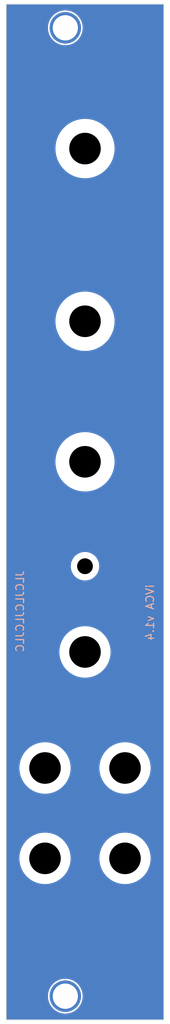
<source format=kicad_pcb>
(kicad_pcb (version 20240108) (generator "pcbnew") (generator_version "8.0")
  (title_block (rev "v1.4"))
  (layers (0 "F.Cu" signal) (31 "B.Cu" signal) (34 "B.Paste" user) (35 "F.Paste" user) (36 "B.SilkS" user "B.Silkscreen") (37 "F.SilkS" user "F.Silkscreen") (38 "B.Mask" user) (39 "F.Mask" user) (44 "Edge.Cuts" user))
  (net 0 "")
  (footprint "Panels:Panel Jack" (layer "F.Cu") (at 64.77 139.065)
    (property "Reference" "REF**" (hide yes))
    (property "Value" "Panel Jack" (hide yes))
    (pad "" np_thru_hole circle (at 0 0) (size 4 4) (drill 6) (layers "Dwgs.User"))
  )
  (footprint "Panels:Panel Jack" (layer "F.Cu") (at 64.77 127.635)
    (property "Reference" "REF**" (hide yes))
    (property "Value" "Panel Jack" (hide yes))
    (pad "" np_thru_hole circle (at 0 0) (size 4 4) (drill 6) (layers "Dwgs.User"))
  )
  (footprint "Panels:Panel Jack" (layer "F.Cu") (at 74.93 139.065)
    (property "Reference" "REF**" (hide yes))
    (property "Value" "Panel Jack" (hide yes))
    (pad "" np_thru_hole circle (at 0 0) (size 4 4) (drill 6) (layers "Dwgs.User"))
  )
  (footprint "Panels:Panel Pot Alpha Knob 10mm" (layer "F.Cu") (at 69.85 49.276)
    (property "Reference" "REF**" (hide yes))
    (property "Value" "Panel Pot Alpha Knob 10mm" (hide yes))
    (pad "" np_thru_hole circle (at 0 0) (size 4 4) (drill 7) (layers "Dwgs.User"))
  )
  (footprint "Panels:Panel Avalon Harmonics Small 13mm" (layer "F.Cu") (at 69.85 150.368)
    (property "Reference" "G***" (hide yes))
    (property "Value" "LOGO" (hide yes))
  )
  (footprint "Panels:Panel Screw" (layer "F.Cu") (at 67.35 156.5)
    (property "Reference" "REF**" (hide yes))
    (property "Value" "Panel Screw" (hide yes))
    (pad "" thru_hole circle (at 0 0) (size 4 4) (drill 3.2) (layers "*.Cu" "*.Mask"))
  )
  (footprint "Panels:Panel Pot Alpha Knob 10mm" (layer "F.Cu") (at 69.85 88.9)
    (property "Reference" "REF**" (hide yes))
    (property "Value" "Panel Pot Alpha Knob 10mm" (hide yes))
    (pad "" np_thru_hole circle (at 0 0) (size 4 4) (drill 7) (layers "Dwgs.User"))
  )
  (footprint "Panels:Panel Pot Alpha Knob 10mm" (layer "F.Cu") (at 69.85 71.1218)
    (property "Reference" "REF**" (hide yes))
    (property "Value" "Panel Pot Alpha Knob 10mm" (hide yes))
    (pad "" np_thru_hole circle (at 0 0) (size 4 4) (drill 7) (layers "Dwgs.User"))
  )
  (footprint "Panels:Panel LED 3mm" (layer "F.Cu") (at 69.85 102.1098)
    (property "Reference" "REF**" (hide yes))
    (property "Value" "Panel LED 3mm" (hide yes))
    (pad "" np_thru_hole circle (at 0 0) (size 2 2) (drill 3.1) (layers "Dwgs.User"))
  )
  (footprint "Panels:Panel Screw" (layer "F.Cu") (at 67.35 34)
    (property "Reference" "REF**" (hide yes))
    (property "Value" "Panel Screw" (hide yes))
    (pad "" thru_hole circle (at 0 0) (size 4 4) (drill 3.2) (layers "*.Cu" "*.Mask"))
  )
  (footprint "Panels:Panel Jack" (layer "F.Cu") (at 69.85 112.9558)
    (property "Reference" "REF**" (hide yes))
    (property "Value" "Panel Jack" (hide yes))
    (pad "" np_thru_hole circle (at 0 0) (size 4 4) (drill 6) (layers "Dwgs.User"))
  )
  (footprint "Panels_Graphics:iVCA_Panel" (layer "F.Cu") (at 69.85 95.21)
    (property "Reference" "G***" (hide yes))
    (property "Value" "LOGO" (hide yes))
  )
  (footprint "Panels:Panel Jack" (layer "F.Cu") (at 74.93 127.635)
    (property "Reference" "REF**" (hide yes))
    (property "Value" "Panel Jack" (hide yes))
    (pad "" np_thru_hole circle (at 0 0) (size 4 4) (drill 6) (layers "Dwgs.User"))
  )
  (gr_rect (start 59.85 31) (end 79.85 159.5) (stroke (width 0.1)) (fill none) (layer "Edge.Cuts"))
  (gr_text "JLCJLCJLCJLC" (at 61.595 107.823 90) (layer "B.SilkS") (effects (font (size 1 1)) (justify mirror)))
  (gr_text "iVCA v1.4" (at 78.105 107.95 90) (layer "B.SilkS") (effects (font (size 1 1)) (justify mirror)))
  (zone (net 0) (net_name "") (layers "F&B.Cu") (connect_pads (clearance 0)) (min_thickness 0.254) (fill yes (thermal_gap 0.508) (thermal_bridge_width 0.508) (island_removal_mode 1) (island_area_min 10))
    (polygon (pts (xy 59.055 30.48) (xy 80.645 30.48) (xy 80.645 160.02) (xy 59.055 160.02)))
  )
)
</source>
